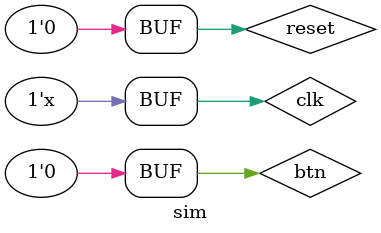
<source format=sv>
`timescale 1ns/1ps

module sim();

reg btn, reset, led1;
reg clk = 1'b0;

led TEST(clk, btn, reset, led1);

initial begin
	reset = 0;
	btn = 0;
	#250_000_001
	btn = 1;
	#10_000;
	btn = 0;
	#300_000_000;
end

always begin
	#0.5;
	clk = !clk;
end
 
endmodule

</source>
